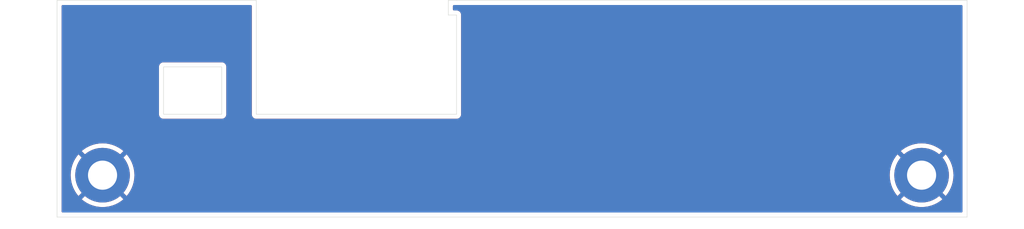
<source format=kicad_pcb>
(kicad_pcb (version 20240108) (generator "pcbnew") (generator_version "8.0")
  (layers (0 "F.Cu" signal) (31 "B.Cu" signal) (34 "B.Paste" user) (35 "F.Paste" user) (36 "B.SilkS" user "B.Silkscreen") (37 "F.SilkS" user "F.Silkscreen") (38 "B.Mask" user) (39 "F.Mask" user) (44 "Edge.Cuts" user))
  (net 0 "")
  (net 1 "GND")
  (footprint "PCM_SL_Mechanical:MountingHole_3.2mm_Pad" (layer "F.Cu") (at 88.9 77.4)
    (property "Reference" "H1" (hide yes))
    (property "Value" "MountingHole_M3_3.2mm_Pad")
    (pad "1" thru_hole circle (at 0 0) (size 6 6) (drill 3.2) (layers "*.Cu" "*.Mask") (net 1 "GND"))
  )
  (footprint "PCM_SL_Mechanical:MountingHole_3.2mm_Pad" (layer "F.Cu") (at 178.9 77.4)
    (property "Reference" "H2" (hide yes))
    (property "Value" "MountingHole_M3_3.2mm_Pad")
    (pad "1" thru_hole circle (at 0 0) (size 6 6) (drill 3.2) (layers "*.Cu" "*.Mask") (net 1 "GND"))
  )
  (gr_line (start 83.9 58.2) (end 105.8 58.2) (stroke (width 0.05)) (layer "Edge.Cuts"))
  (gr_line (start 127.8 70.7) (end 127.8 59.8) (stroke (width 0.05)) (layer "Edge.Cuts"))
  (gr_line (start 127.8 58.2) (end 126.9 58.2) (stroke (width 0.05)) (layer "Edge.Cuts"))
  (gr_line (start 183.9 58.2) (end 183.9 82) (stroke (width 0.05)) (layer "Edge.Cuts"))
  (gr_line (start 105.8 58.2) (end 105.8 70.7) (stroke (width 0.05)) (layer "Edge.Cuts"))
  (gr_rect (start 95.6 65.5) (end 102 70.7) (stroke (width 0.05)) (fill none) (layer "Edge.Cuts"))
  (gr_line (start 127.8 58.2) (end 183.9 58.2) (stroke (width 0.05)) (layer "Edge.Cuts"))
  (gr_line (start 183.9 82) (end 83.9 82) (stroke (width 0.05)) (layer "Edge.Cuts"))
  (gr_line (start 126.9 58.2) (end 126.9 59.8) (stroke (width 0.05)) (layer "Edge.Cuts"))
  (gr_line (start 126.9 59.8) (end 127.8 59.8) (stroke (width 0.05)) (layer "Edge.Cuts"))
  (gr_line (start 105.8 70.7) (end 127.8 70.7) (stroke (width 0.05)) (layer "Edge.Cuts"))
  (gr_line (start 83.9 82) (end 83.9 58.2) (stroke (width 0.05)) (layer "Edge.Cuts"))
  (zone (net 1) (net_name "GND") (layers "F&B.Cu") (connect_pads (clearance 0.5)) (min_thickness 0.25) (fill yes (thermal_gap 0.5) (thermal_bridge_width 0.5))
    (polygon (pts (xy 183.9 58.2) (xy 83.9 58.2) (xy 83.9 82) (xy 183.9 82)))
  )
)
</source>
